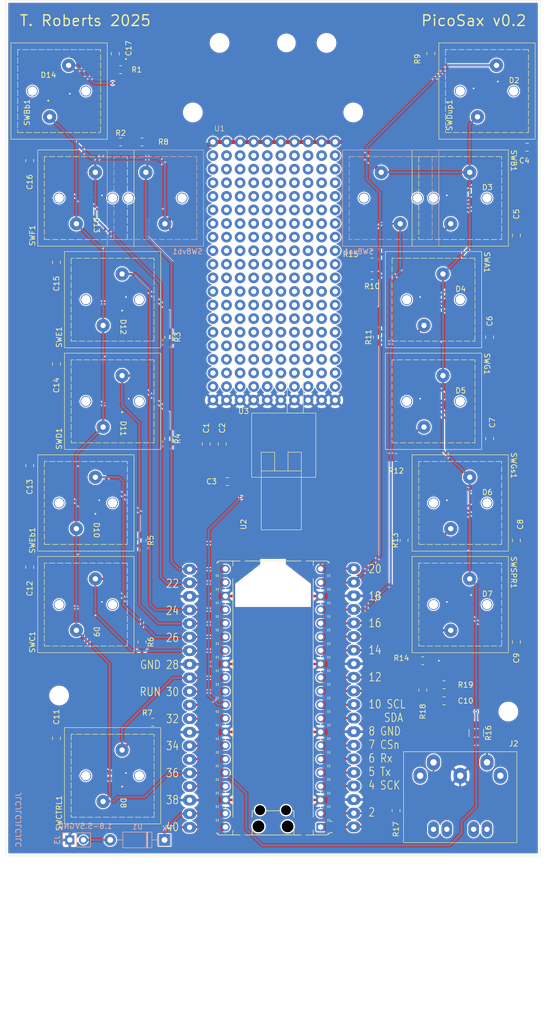
<source format=kicad_pcb>
(kicad_pcb (version 20241229) (generator "pcbnew") (generator_version "9.0")
  (layers (0 "F.Cu" signal) (2 "B.Cu" signal) (13 "F.Paste" user) (15 "B.Paste" user) (5 "F.SilkS" user "F.Silkscreen") (7 "B.SilkS" user "B.Silkscreen") (1 "F.Mask" user) (3 "B.Mask" user) (25 "Edge.Cuts" user))
  (net 0 "")
  (net 1 "Net-(A1-GPIO28_ADC2)")
  (net 2 "/E")
  (net 3 "/B")
  (net 4 "GND")
  (net 5 "Net-(A1-GPIO2)")
  (net 6 "/Gs")
  (net 7 "/8va")
  (net 8 "/Dup")
  (net 9 "Net-(A1-ADC_VREF)")
  (net 10 "/Ctrl")
  (net 11 "Net-(A1-GPIO3)")
  (net 12 "Net-(A1-RUN)")
  (net 13 "Net-(A1-GPIO6)")
  (net 14 "Net-(A1-GPIO7)")
  (net 15 "Net-(A1-GPIO27_ADC1)")
  (net 16 "/Bb")
  (net 17 "Net-(A1-GPIO4)")
  (net 18 "Net-(A1-VSYS)")
  (net 19 "Net-(A1-3V3_EN)")
  (net 20 "/A")
  (net 21 "Net-(A1-GPIO0)")
  (net 22 "Net-(A1-GPIO26_ADC0)")
  (net 23 "/D")
  (net 24 "/Spr")
  (net 25 "/Eb")
  (net 26 "+5V")
  (net 27 "/F")
  (net 28 "Net-(A1-GPIO5)")
  (net 29 "/8vb")
  (net 30 "/G")
  (net 31 "+3V3")
  (net 32 "/C")
  (net 33 "Net-(J2-Vref)")
  (net 34 "Net-(J2-Data)")
  (net 37 "/LEDS")
  (net 38 "Net-(D14-DIn)")
  (net 39 "Net-(D2-DIn)")
  (net 40 "Net-(D3-DIn)")
  (net 41 "Net-(D4-DIn)")
  (net 42 "Net-(D1-A)")
  (net 43 "Net-(D5-DIn)")
  (net 44 "Net-(D6-DIn)")
  (net 45 "Net-(D7-DIn)")
  (net 46 "Net-(D8-DIn)")
  (net 48 "Net-(D10-DOut)")
  (net 49 "Net-(D10-DIn)")
  (net 50 "Net-(D11-DIn)")
  (net 51 "Net-(D12-DIn)")
  (net 52 "Net-(D13-DIn)")
  (footprint "Resistor_SMD:R_0805_2012Metric_Pad1.20x1.40mm_HandSolder" (layer "F.Cu") (at 129.5 60 90)
    (property "Reference" "R9")
    (property "Value" "10K")
  )
  (footprint "Resistor_SMD:R_0805_2012Metric_Pad1.20x1.40mm_HandSolder" (layer "F.Cu") (at 80.5 113 -90)
    (property "Reference" "R3")
    (property "Value" "10K")
  )
  (footprint "Resistor_SMD:R_0805_2012Metric_Pad1.20x1.40mm_HandSolder" (layer "F.Cu") (at 123 201.5 -90)
    (property "Reference" "R17")
    (property "Value" "10R 0.25W")
  )
  (footprint "Capacitor_SMD:C_0805_2012Metric_Pad1.18x1.45mm_HandSolder" (layer "F.Cu") (at 132 181 180)
    (property "Reference" "C10")
    (property "Value" "0.1uF")
  )
  (footprint "MyLibrary:Omron B3K L13L" (layer "F.Cu") (at 70 106 90)
    (property "Reference" "SWE1")
    (property "Value" "Omron_B3K_L13L" (hide yes))
  )
  (footprint "Capacitor_SMD:C_0805_2012Metric_Pad1.18x1.45mm_HandSolder" (layer "F.Cu") (at 145.5 151 -90)
    (property "Reference" "C8")
    (property "Value" "0.1uF")
  )
  (footprint "Capacitor_SMD:C_0805_2012Metric_Pad1.18x1.45mm_HandSolder" (layer "F.Cu") (at 140.5 113 -90)
    (property "Reference" "C6")
    (property "Value" "0.1uF")
  )
  (footprint "Resistor_SMD:R_0805_2012Metric_Pad1.20x1.40mm_HandSolder" (layer "F.Cu") (at 75.5 170 -90)
    (property "Reference" "R6")
    (property "Value" "10K")
  )
  (footprint "PicoSax:19-C47_RSGHBHC-5V01-2T" (layer "F.Cu") (at 70 195 -90)
    (property "Reference" "D8")
    (property "Value" "19-C47/RSGHBHC-5V01/2T")
  )
  (footprint "PicoSax:19-C47_RSGHBHC-5V01-2T" (layer "F.Cu") (at 65 87 -90)
    (property "Reference" "D13")
    (property "Value" "19-C47/RSGHBHC-5V01/2T")
  )
  (footprint "PicoSax:19-C47_RSGHBHC-5V01-2T" (layer "F.Cu") (at 130 106)
    (property "Reference" "D4")
    (property "Value" "19-C47/RSGHBHC-5V01/2T")
  )
  (footprint "Resistor_SMD:R_0805_2012Metric_Pad1.20x1.40mm_HandSolder" (layer "F.Cu") (at 71.5 76.5)
    (property "Reference" "R2")
    (property "Value" "10K")
  )
  (footprint "Capacitor_SMD:C_0805_2012Metric_Pad1.18x1.45mm_HandSolder" (layer "F.Cu") (at 54.5 137 90)
    (property "Reference" "C13")
    (property "Value" "0.1uF")
  )
  (footprint "PicoSax:19-C47_RSGHBHC-5V01-2T" (layer "F.Cu") (at 135 163)
    (property "Reference" "D7")
    (property "Value" "19-C47/RSGHBHC-5V01/2T")
  )
  (footprint "MountingHole:MountingHole_3.2mm_M3" (layer "F.Cu") (at 115 71)
    (property "Reference" "M4" (hide yes))
    (property "Value" "MountingHole_3.2mm_M3")
  )
  (footprint "Resistor_SMD:R_0805_2012Metric_Pad1.20x1.40mm_HandSolder" (layer "F.Cu") (at 77.5 185)
    (property "Reference" "R7")
    (property "Value" "10K" (hide yes))
  )
  (footprint "Capacitor_SMD:C_0805_2012Metric_Pad1.18x1.45mm_HandSolder" (layer "F.Cu") (at 140.5 132 -90)
    (property "Reference" "C7")
    (property "Value" "0.1uF")
  )
  (footprint "Resistor_SMD:R_0805_2012Metric_Pad1.20x1.40mm_HandSolder" (layer "F.Cu") (at 75.5 151 -90)
    (property "Reference" "R5")
    (property "Value" "10K")
  )
  (footprint "PicoSax:19-C47_RSGHBHC-5V01-2T" (layer "F.Cu") (at 135 87)
    (property "Reference" "D3")
    (property "Value" "19-C47/RSGHBHC-5V01/2T")
  )
  (footprint "MyLibrary:BPS110 AD0P15" (layer "F.Cu") (at 107.796895 143.012218 90)
    (property "Reference" "U2")
    (property "Value" "~")
  )
  (footprint "Capacitor_SMD:C_0805_2012Metric_Pad1.18x1.45mm_HandSolder" (layer "F.Cu") (at 90.5 133 90)
    (property "Reference" "C2")
    (property "Value" "0.01uF")
  )
  (footprint "Module:RaspberryPi_Pico_Common_Unspecified" (layer "F.Cu") (at 100 180.4625 180)
    (property "Reference" "A1" (hide yes))
    (property "Value" "RaspberryPi_Pico" (hide yes))
  )
  (footprint "Capacitor_SMD:C_0805_2012Metric_Pad1.18x1.45mm_HandSolder" (layer "F.Cu") (at 59.5 118 90)
    (property "Reference" "C14")
    (property "Value" "0.1uF")
  )
  (footprint "Resistor_SMD:R_0805_2012Metric_Pad1.20x1.40mm_HandSolder" (layer "F.Cu") (at 124.5 151 90)
    (property "Reference" "R13")
    (property "Value" "10K")
  )
  (footprint "Resistor_SMD:R_0805_2012Metric_Pad1.20x1.40mm_HandSolder" (layer "F.Cu") (at 123 135.5)
    (property "Reference" "R12")
    (property "Value" "10K")
  )
  (footprint "PicoSax:19-C47_RSGHBHC-5V01-2T" (layer "F.Cu") (at 130 125)
    (property "Reference" "D5")
    (property "Value" "19-C47/RSGHBHC-5V01/2T")
  )
  (footprint "MyLibrary:Omron B3K L13L" (layer "F.Cu") (at 140 67 90)
    (property "Reference" "SWDup1")
    (property "Value" "Omron_B3K_L13L")
  )
  (footprint "MyLibrary:Perfboard 10x20" (layer "F.Cu") (at 88.76 76.52)
    (property "Reference" "U1")
    (property "Value" "Perfboard")
  )
  (footprint "MyLibrary:Omron B3K L13L" (layer "F.Cu") (at 130 106 -90)
    (property "Reference" "SWA1")
    (property "Value" "Omron_B3K_L13L")
  )
  (footprint "MountingHole:MountingHole_3.2mm_M3" (layer "F.Cu") (at 85 71)
    (property "Reference" "M3" (hide yes))
    (property "Value" "MountingHole_3.2mm_M3")
  )
  (footprint "MountingHole:MountingHole_3.2mm_M3" (layer "F.Cu") (at 60 180)
    (property "Reference" "M5" (hide yes))
    (property "Value" "MountingHole_3.2mm_M3")
  )
  (footprint "Resistor_SMD:R_0805_2012Metric_Pad1.20x1.40mm_HandSolder" (layer "F.Cu") (at 80.5 132 -90)
    (property "Reference" "R4")
    (property "Value" "10K")
  )
  (footprint "MyLibrary:Omron B3K L13L" (layer "F.Cu") (at 135 144 -90)
    (property "Reference" "SWGs1")
    (property "Value" "Omron_B3K_L13L")
  )
  (footprint "Resistor_SMD:R_0805_2012Metric_Pad1.20x1.40mm_HandSolder" (layer "F.Cu") (at 118.5 101.5 180)
    (property "Reference" "R10")
    (property "Value" "10K")
  )
  (footprint "MyLibrary:MP3V5004GP" (layer "F.Cu") (at 93.62 129.39 180)
    (property "Reference" "U3")
    (property "Value" "~")
  )
  (footprint "MountingHole:MountingHole_3.2mm_M3" (layer "F.Cu") (at 110 58)
    (property "Reference" "M2" (hide yes))
    (property "Value" "MountingHole_3.2mm_M3")
  )
  (footprint "MountingHole:MountingHole_3mm" (layer "F.Cu") (at 102.5 58)
    (property "Reference" "REF**" (hide yes))
    (property "Value" "MountingHole_3mm")
  )
  (footprint "Capacitor_SMD:C_0805_2012Metric_Pad1.18x1.45mm_HandSolder" (layer "F.Cu") (at 147.5 77.5)
    (property "Reference" "C4")
    (property "Value" "0.1uF")
  )
  (footprint "Resistor_SMD:R_0805_2012Metric_Pad1.20x1.40mm_HandSolder" (layer "F.Cu") (at 128 173.5)
    (property "Reference" "R14")
    (property "Value" "10K")
  )
  (footprint "Capacitor_SMD:C_0805_2012Metric_Pad1.18x1.45mm_HandSolder" (layer "F.Cu") (at 145.5 170 -90)
    (property "Reference" "C9")
    (property "Value" "0.1uF")
  )
  (footprint "Resistor_SMD:R_0805_2012Metric_Pad1.20x1.40mm_HandSolder" (layer "F.Cu") (at 119.5 113 90)
    (property "Reference" "R11")
    (property "Value" "10K")
  )
  (footprint "Resistor_SMD:R_0805_2012Metric_Pad1.20x1.40mm_HandSolder" (layer "F.Cu") (at 75.5 76.5 180)
    (property "Reference" "R8")
    (property "Value" "10K")
  )
  (footprint "PicoSax:19-C47_RSGHBHC-5V01-2T" (layer "F.Cu") (at 60 67 180)
    (property "Reference" "D14")
    (property "Value" "19-C47/RSGHBHC-5V01/2T")
  )
  (footprint "MyLibrary:Omron B3K L13L" (layer "F.Cu") (at 70 195 90)
    (property "Reference" "SWCTRL1")
    (property "Value" "Omron_B3K_L13L" (hide yes))
  )
  (footprint "PicoSax:19-C47_RSGHBHC-5V01-2T" (layer "F.Cu") (at 65 144 -90)
    (property "Reference" "D10")
    (property "Value" "19-C47/RSGHBHC-5V01/2T")
  )
  (footprint "MyLibrary:Omron B3K L13L" (layer "F.Cu") (at 65 87 90)
    (property "Reference" "SWF1")
    (property "Value" "Omron_B3K_L13L" (hide yes))
  )
  (footprint "MyLibrary:Omron B3K L13L" (layer "F.Cu") (at 135 163 -90)
    (property "Reference" "SWSPR1")
    (property "Value" "Omron_B3K_L13L")
  )
  (footprint "MountingHole:MountingHole_3.2mm_M3" (layer "F.Cu") (at 144 183)
    (property "Reference" "M6" (hide yes))
    (property "Value" "MountingHole_3.2mm_M3")
  )
  (footprint "MyLibrary:Omron B3K L13L" (layer "F.Cu") (at 65 163 90)
    (property "Reference" "SWC1")
    (property "Value" "Omron_B3K_L13L" (hide yes))
  )
  (footprint "MyLibrary:PiPico Header" (layer "F.Cu") (at 84.4 156.3825)
    (property "Reference" "J4" (hide yes))
    (property "Value" "~" (hide yes))
  )
  (footprint "Capacitor_SMD:C_0805_2012Metric_Pad1.18x1.45mm_HandSolder" (layer "F.Cu") (at 54.5 80 90)
    (property "Reference" "C16")
    (property "Value" "0.1uF")
  )
  (footprint "MyLibrary:Omron B3K L13L" (layer "F.Cu") (at 135 87 -90)
    (property "Reference" "SWB1")
    (property "Value" "Omron_B3K_L13L")
  )
  (footprint "Resistor_SMD:R_0805_2012Metric_Pad1.20x1.40mm_HandSolder" (layer "F.Cu") (at 128 179 -90)
    (property "Reference" "R18")
    (property "Value" "10K")
  )
  (footprint "PicoSax:19-C47_RSGHBHC-5V01-2T" (layer "F.Cu") (at 140 67)
    (property "Reference" "D2")
    (property "Value" "19-C47/RSGHBHC-5V01/2T")
  )
  (footprint "Capacitor_SMD:C_0805_2012Metric_Pad1.18x1.45mm_HandSolder" (layer "F.Cu") (at 54.5 156 90)
    (property "Reference" "C12")
    (property "Value" "0.1uF")
  )
  (footprint "Resistor_SMD:R_1210_3225Metric_Pad1.30x2.65mm_HandSolder" (layer "F.Cu") (at 138 187 -90)
    (property "Reference" "R16")
    (property "Value" "33R 0.5W")
  )
  (footprint "PicoSax:MIDI_DIN5" (layer "F.Cu") (at 135 207.5)
    (property "Reference" "J2")
    (property "Value" "~")
  )
  (footprint "PicoSax:19-C47_RSGHBHC-5V01-2T" (layer "F.Cu") (at 135 144)
    (property "Reference" "D6")
    (property "Value" "19-C47/RSGHBHC-5V01/2T")
  )
  (footprint "PicoSax:19-C47_RSGHBHC-5V01-2T" (layer "F.Cu") (at 70 125 -90)
    (property "Reference" "D11")
    (property "Value" "19-C47/RSGHBHC-5V01/2T")
  )
  (footprint "Capacitor_SMD:C_0805_2012Metric_Pad1.18x1.45mm_HandSolder" (layer "F.Cu") (at 91.5 140 180)
    (property "Reference" "C3")
    (property "Value" "470pF")
  )
  (footprint "Capacitor_SMD:C_0805_2012Metric_Pad1.18x1.45mm_HandSolder" (layer "F.Cu") (at 59.5 99 90)
    (property "Reference" "C15")
    (property "Value" "0.1uF")
  )
  (footprint "Resistor_SMD:R_0805_2012Metric_Pad1.20x1.40mm_HandSolder" (layer "F.Cu") (at 118.5 97.5)
    (property "Reference" "R15")
    (property "Value" "10K")
  )
  (footprint "MyLibrary:Omron B3K L13L" (layer "F.Cu") (at 65 144 90)
    (property "Reference" "SWEb1")
    (property "Value" "Omron_B3K_L13L" (hide yes))
  )
  (footprint "MyLibrary:Omron B3K L13L" (layer "F.Cu") (at 130 125 -90)
    (property "Reference" "SWG1")
    (property "Value" "Omron_B3K_L13L")
  )
  (footprint "MountingHole:MountingHole_3.2mm_M3" (layer "F.Cu") (at 90 58)
    (property "Reference" "M1" (hide yes))
    (property "Value" "MountingHole_3.2mm_M3")
  )
  (footprint "PicoSax:19-C47_RSGHBHC-5V01-2T" (layer "F.Cu") (at 65 163 -90)
    (property "Reference" "D9")
    (property "Value" "19-C47/RSGHBHC-5V01/2T")
  )
  (footprint "MyLibrary:Omron B3K L13L" (layer "F.Cu") (at 60 67 90)
    (property "Reference" "SWBb1")
    (property "Value" "Omron_B3K_L13L" (hide yes))
  )
  (footprint "MyLibrary:PiPico Header" (layer "F.Cu") (at 115.1 204.5425 180)
    (property "Reference" "J1" (hide yes))
    (property "Value" "~" (hide yes))
  )
  (footprint "Resistor_SMD:R_0805_2012Metric_Pad1.20x1.40mm_HandSolder" (layer "F.Cu") (at 132 178)
    (property "Reference" "R19")
    (property "Value" "10K")
  )
  (footprint "MyLibrary:Omron B3K L13L" (layer "F.Cu") (at 70 125 90)
    (property "Reference" "SWD1")
    (property "Value" "Omron_B3K_L13L" (hide yes))
  )
  (footprint "PicoSax:19-C47_RSGHBHC-5V01-2T" (layer "F.Cu") (at 70 106 -90)
    (property "Reference" "D12")
    (property "Value" "19-C47/RSGHBHC-5V01/2T")
  )
  (footprint "Capacitor_SMD:C_0805_2012Metric_Pad1.18x1.45mm_HandSolder" (layer "F.Cu") (at 59.5 188 90)
    (property "Reference" "C11")
    (property "Value" "0.1uF")
  )
  (footprint "Capacitor_SMD:C_0805_2012Metric_Pad1.18x1.45mm_HandSolder" (layer "F.Cu") (at 145.5 94 -90)
    (property "Reference" "C5")
    (property "Value" "0.1uF")
  )
  (footprint "Capacitor_SMD:C_0805_2012Metric_Pad1.18x1.45mm_HandSolder" (layer "F.Cu") (at 70.5 60 -90)
    (property "Reference" "C17")
    (property "Value" "0.1uF")
  )
  (footprint "Resistor_SMD:R_0805_2012Metric_Pad1.20x1.40mm_HandSolder" (layer "F.Cu") (at 71.5 63)
    (property "Reference" "R1")
    (property "Value" "10K")
  )
  (footprint "Capacitor_SMD:C_0805_2012Metric_Pad1.18x1.45mm_HandSolder" (layer "F.Cu") (at 87.5 133 90)
    (property "Reference" "C1")
    (property "Value" "1uF")
  )
  (footprint "MyLibrary:Omron B3K L13L" (layer "B.Cu") (at 122 87 -90)
    (property "Reference" "SW8va1")
    (property "Value" "Omron_B3K_L13L")
  )
  (footprint "Connector_PinHeader_2.54mm:PinHeader_1x02_P2.54mm_Vertical" (layer "B.Cu") (at 62 207 -90)
    (property "Reference" "J3")
    (property "Value" "Conn_01x02")
  )
  (footprint "MyLibrary:Omron B3K L13L" (layer "B.Cu") (at 78 87 90)
    (property "Reference" "SW8vb1")
    (property "Value" "Omron_B3K_L13L" (hide yes))
  )
  (footprint "Diode_THT:D_DO-41_SOD81_P10.16mm_Horizontal" (layer "B.Cu") (at 79.71 207 180)
    (property "Reference" "D1")
    (property "Value" "1N5817")
  )
  (gr_rect (start 50 50) (end 150 210) (stroke (width 0.05)) (fill no) (layer "Edge.Cuts"))
  (gr_text "22\n\n24\n\n26\n\nGND 28\n\nRUN 30\n\n32\n\n34\n\n36\n\n38\n\n40" (at 82.5 205.5 0) (layer "F.SilkS") (effects (font (size 1.57 1.27)) (justify right bottom)))
  (gr_text "20\n\n18\n\n16\n\n14\n\n12\n\n10 SCL\n   SDA\n8 GND\n7 CSn\n6 Rx\n5 Tx\n4 SCK\n\n2" (at 117.75 202.75 0) (layer "F.SilkS") (effects (font (size 1.57 1.27)) (justify left bottom)))
  (gr_text "PicoSax v0.2" (at 147.5 55 0) (layer "F.SilkS") (effects (font (size 2 2) (thickness 0.25)) (justify right bottom)))
  (gr_text "T. Roberts 2025" (at 52.5 55 0) (layer "F.SilkS") (effects (font (size 2 2) (thickness 0.25)) (justify left bottom)))
  (gr_text "1.8-5.5V" (at 70 205 0) (layer "B.SilkS") (effects (font (size 1 1)) (justify left bottom mirror)))
  (gr_text "GND" (at 63 205 0) (layer "B.SilkS") (effects (font (size 1 1)) (justify left bottom mirror)))
  (gr_text "JLCJLCJLCJLC" (at 53 198 90) (layer "B.SilkS") (effects (font (size 1 1)) (justify left bottom mirror)))
  (segment (start 91.06 189.4025) (end 91.11 189.3525) (width 0.4) (layer "F.Cu") (net 1))
  (segment (start 84.4 189.4025) (end 91.06 189.4025) (width 0.4) (layer "F.Cu") (net 1))
  (segment (start 80.5 108.147234) (end 80.5 112) (width 0.4) (layer "F.Cu") (net 2))
  (segment (start 84.45 163.9525) (end 84.4 164.0025) (width 0.4) (layer "F.Cu") (net 2))
  (segment (start 71.775 101.19) (end 73.542766 101.19) (width 0.4) (layer "F.Cu") (net 2))
  (segment (start 91.11 163.9525) (end 84.45 163.9525) (width 0.4) (layer "F.Cu") (net 2))
  (segment (start 73.542766 101.19) (end 80.5 108.147234) (width 0.4) (layer "F.Cu") (net 2))
  (segment (start 77 163) (end 77 104) (width 0.4) (layer "B.Cu") (net 2))
  (segment (start 77 104) (end 74.19 101.19) (width 0.4) (layer "B.Cu") (net 2))
  (segment (start 84.4 164.0025) (end 78.0025 164.0025) (width 0.4) (layer "B.Cu") (net 2))
  (segment (start 78.0025 164.0025) (end 77 163) (width 0.4) (layer "B.Cu") (net 2))
  (segment (start 74.19 101.19) (end 71.775 101.19) (width 0.4) (layer "B.Cu") (net 2))
  (segment (start 119.5 107) (end 119.5 101.5) (width 0.4) (layer "F.Cu") (net 3))
  (segment (start 116.5575 166.4425) (end 117.5 165.5) (width 0.4) (layer "F.Cu") (net 3))
  (segment (start 115.05 166.4925) (end 115.1 166.4425) (width 0.4) (layer "F.Cu") (net 3))
  (segment (start 108.89 166.4925) (end 115.05 166.4925) (width 0.4) (layer "F.Cu") (net 3))
  (segment (start 119.5 101.5) (end 123.535 101.5) (width 0.4) (layer "F.Cu") (net 3))
  (segment (start 123.535 101.5) (end 133.225 91.81) (width 0.4) (layer "F.Cu") (net 3))
  (segment (start 117.5 109) (end 119.5 107) (width 0.4) (layer "F.Cu") (net 3))
  (segment (start 117.5 165.5) (end 117.5 109) (width 0.4) (layer "F.Cu") (net 3))
  (segment (start 115.1 166.4425) (end 116.5575 166.4425) (width 0.4) (layer "F.Cu") (net 3))
  (segment (start 108.94 174.0625) (end 108.89 174.1125) (width 0.4) (layer "F.Cu") (net 4))
  (segment (start 72.45 194.45) (end 72.5 194.5) (width 0.3) (layer "F.Cu") (net 4))
  (segment (start 72.45 124.45) (end 70.55 124.45) (width 0.3) (layer "F.Cu") (net 4))
  (segment (start 72.5 76.5) (end 74.5 76.5) (width 0.3) (layer "F.Cu") (net 4))
  (segment (start 70.5 61.0375) (end 72.4625 61.0375) (width 0.3) (layer "F.Cu") (net 4))
  (segment (start 129.45 124.45) (end 127.55 124.45) (width 0.3) (layer "F.Cu") (net 4))
  (segment (start 107 197.6225) (end 108.89 199.5125) (width 0.4) (layer "F.Cu") (net 4))
  (segment (start 60.55 67.55) (end 61.95 67.55) (width 0.3) (layer "F.Cu") (net 4))
  (segment (start 91.11 174.1125) (end 93 172.2225) (width 0.4) (layer "F.Cu") (net 4))
  (segment (start 91.11 186.8125) (end 84.45 186.8125) (width 0.4) (layer "F.Cu") (net 4))
  (segment (start 67.5 86.5) (end 67.45 86.45) (width 0.3) (layer "F.Cu") (net 4))
  (segment (start 84.4 161.4625) (end 91.06 161.4625) (width 0.4) (layer "F.Cu") (net 4))
  (segment (start 108.89 161.4125) (end 107.301 163.0015) (width 0.4) (layer "F.Cu") (net 4))
  (segment (start 107 172.2225) (end 108.89 174.1125) (width 0.4) (layer "F.Cu") (net 4))
  (segment (start 132.55 143.45) (end 132.5 143.5) (width 0.3) (layer "F.Cu") (net 4))
  (segment (start 72.45 105.45) (end 72.5 105.5) (width 0.3) (layer "F.Cu") (net 4))
  (segment (start 129 174.5) (end 126 177.5) (width 0.3) (layer "F.Cu") (net 4))
  (segment (start 107.301 163.545758) (end 107.183258 163.6635) (width 0.4) (layer "F.Cu") (net 4))
  (segment (start 93 163.6635) (end 92.816742 163.6635) (width 0.4) (layer "F.Cu") (net 4))
  (segment (start 129 173.5) (end 131 173.5) (width 0.3) (layer "F.Cu") (net 4))
  (segment (start 127.55 124.45) (end 127.5 124.5) (width 0.3) (layer "F.Cu") (net 4))
  (segment (start 128 180) (end 129 181) (width 0.3) (layer "F.Cu") (net 4))
  (segment (start 68 86.5) (end 67.5 86.5) (width 0.3) (layer "F.Cu") (net 4))
  (segment (start 126 177.5) (end 126 179) (width 0.3) (layer "F.Cu") (net 4))
  (segment (start 108.89 199.5125) (end 115.05 199.5125) (width 0.4) (layer "F.Cu") (net 4))
  (segment (start 93 197.6225) (end 93 188.7025) (width 0.4) (layer "F.Cu") (net 4))
  (segment (start 93 184.9225) (end 93 176.0025) (width 0.4) (layer "F.Cu") (net 4))
  (segment (start 115.1 174.0625) (end 108.94 174.0625) (width 0.4) (layer "F.Cu") (net 4))
  (segment (start 91.11 174.1125) (end 84.45 174.1125) (width 0.4) (layer "F.Cu") (net 4))
  (segment (start 129 181) (end 130.9625 181) (width 0.3) (layer "F.Cu") (net 4))
  (segment (start 107 176.0025) (end 107 184.9225) (width 0.4) (layer "F.Cu") (net 4))
  (segment (start 93 188.7025) (end 107 188.7025) (width 0.4) (layer "F.Cu") (net 4))
  (segment (start 67.45 162.45) (end 65.55 162.45) (width 0.3) (layer "F.Cu") (net 4))
  (segment (start 67.45 143.45) (end 67.5 143.5) (width 0.3) (layer "F.Cu") (net 4))
  (segment (start 127 180) (end 128 180) (width 0.3) (layer "F.Cu") (net 4))
  (segment (start 67.45 86.45) (end 65.55 86.45) (width 0.3) (layer "F.Cu") (net 4))
  (segment (start 107 163.6635) (end 107.183258 163.6635) (width 0.4) (layer "F.Cu") (net 4))
  (segment (start 70.55 194.45) (end 72.45 194.45) (width 0.3) (layer "F.Cu") (net 4))
  (segment (start 134.45 143.45) (end 132.55 143.45) (width 0.3) (layer "F.Cu") (net 4))
  (segment (start 67.5 162.5) (end 67.45 162.45) (width 0.3) (layer "F.Cu") (net 4))
  (segment (start 92.699 163.0015) (end 91.11 161.4125) (width 0.4) (layer "F.Cu") (net 4))
  (segment (start 91.06 161.4625) (end 91.11 161.4125) (width 0.4) (layer "F.Cu") (net 4))
  (segment (start 91.11 186.8125) (end 93 184.9225) (width 0.4) (layer "F.Cu") (net 4))
  (segment (start 72.4625 61.0375) (end 72.5 61) (width 0.3) (layer "F.Cu") (net 4))
  (segment (start 72.5 63) (end 72.5 61) (width 0.3) (layer "F.Cu") (net 4))
  (segment (start 108.94 161.3625) (end 108.89 161.4125) (width 0.4) (layer "F.Cu") (net 4))
  (segment (start 72.5 124.5) (end 72.45 124.45) (width 0.3) (layer "F.Cu") (net 4))
  (segment (start 108.89 186.8125) (end 115.05 186.8125) (width 0.4) (layer "F.Cu") (net 4))
  (segment (start 132.55 162.45) (end 132.5 162.5) (width 0.3) (layer "F.Cu") (net 4))
  (segment (start 115.05 199.5125) (end 115.1 199.4625) (width 0.4) (layer "F.Cu") (net 4))
  (segment (start 84.45 186.8125) (end 84.4 186.8625) (width 0.4) (layer "F.Cu") (net 4))
  (segment (start 134.45 86.45) (end 132.55 86.45) (width 0.3) (layer "F.Cu") (net 4))
  (segment (start 108.89 186.8125) (end 107 188.7025) (width 0.4) (layer "F.Cu") (net 4))
  (segment (start 68 162.5) (end 67.5 162.5) (width 0.3) (layer "F.Cu") (net 4))
  (segment (start 126 179) (end 127 180) (width 0.3) (layer "F.Cu") (net 4))
  (segment (start 107 184.9225) (end 108.89 186.8125) (width 0.4) (layer "F.Cu") (net 4))
  (segment (start 73 124.5) (end 72.5 124.5) (width 0.3) (layer "F.Cu") (net 4))
  (segment (start 108.89 174.1125) (end 107 176.0025) (width 0.4) (layer "F.Cu") (net 4))
  (segment (start 91.06 199.5625) (end 91.11 199.5125) (width 0.4) (layer "F.Cu") (net 4))
  (segment (start 65.55 143.45) (end 67.45 143.45) (width 0.3) (layer "F.Cu") (net 4))
  (segment (start 61.95 67.55) (end 62 67.5) (width 0.3) (layer "F.Cu") (net 4))
  (segment (start 93 188.7025) (end 91.11 186.8125) (width 0.4) (layer "F.Cu") (net 4))
  (segment (start 84.4 199.5625) (end 91.06 199.5625) (width 0.4) (layer "F.Cu") (net 4))
  (segment (start 115.1 161.3625) (end 108.94 161.3625) (width 0.4) (layer "F.Cu") (net 4))
  (segment (start 92.699 163.545758) (end 92.699 163.0015) (width 0.4) (layer "F.Cu") (net 4))
  (segment (start 92.816742 163.6635) (end 92.699 163.545758) (width 0.4) (layer "F.Cu") (net 4))
  (segment (start 115.05 186.8125) (end 115.1 186.7625) (width 0.4) (layer "F.Cu") (net 4))
  (segment (start 132.55 86.45) (end 132.5 86.5) (width 0.3) (layer "F.Cu") (net 4))
  (segment (start 129 173.5) (end 129 174.5) (width 0.3) (layer "F.Cu") (net 4))
  (segment (start 139.45 66.45) (end 137.55 66.45) (width 0.3) (layer "F.Cu") (net 4))
  (segment (start 84.45 174.1125) (end 84.4 174.1625) (width 0.4) (layer "F.Cu") (net 4))
  (segment (start 127.55 105.45) (end 127.5 105.5) (width 0.3) (layer "F.Cu") (net 4))
  (segment (start 107 163.6635) (end 107 172.2225) (width 0.4) (layer "F.Cu") (net 4))
  (segment (start 129.45 105.45) (end 127.55 105.45) (width 0.3) (layer "F.Cu") (net 4))
  (segment (start 107.301 163.0015) (end 107.301 163.545758) (width 0.4) (layer "F.Cu") (net 4))
  (segment (start 107 188.7025) (end 107 197.6225) (width 0.4) (layer "F.Cu") (net 4))
  (segment (start 70.55 105.45) (end 72.45 105.45) (width 0.3) (layer "F.Cu") (net 4))
  (segment (start 93 172.2225) (end 93 163.6635) (width 0.4) (layer "F.Cu") (net 4))
  (segment (start 90.4625 134.075) (end 90.5 134.0375) (width 0.2) (layer "F.Cu") (net 4))
  (segment (start 91.11 199.5125) (end 93 197.6225) (width 0.4) (layer "F.Cu") (net 4))
  (segment (start 93 176.0025) (end 91.11 174.1125) (width 0.4) (layer "F.Cu") (net 4))
  (segment (start 137.55 66.45) (end 137.5 66.5) (width 0.3) (layer "F.Cu") (net 4))
  (segment (start 134.45 162.45) (end 132.55 162.45) (width 0.3) (layer "F.Cu") (net 4))
  (via (at 127.5 105.5) (size 0.7) (drill 0.3) (layers "F.Cu" "B.Cu") (net 4))
  (via (at 132.5 162.5) (size 0.7) (drill 0.3) (layers "F.Cu" "B.Cu") (net 4))
  (via (at 72.5 61) (size 0.7) (drill 0.3) (layers "F.Cu" "B.Cu") (net 4))
  (via (at 137.5 66.5) (size 0.7) (drill 0.3) (layers "F.Cu" "B.Cu") (net 4))
  (via (at 132.5 86.5) (size 0.7) (drill 0.3) (layers "F.Cu" "B.Cu") (net 4))
  (via (at 67.5 143.5) (size 0.7) (drill 0.3) (layers "F.Cu" "B.Cu") (net 4))
  (via (at 68 162.5) (size 0.7) (drill 0.3) (layers "F.Cu" "B.Cu") (net 4))
  (via (at 72.5 105.5) (size 0.7) (drill 0.3) (layers "F.Cu" "B.Cu") (net 4))
  (via (at 62 67.5) (size 0.7) (drill 0.3) (layers "F.Cu" "B.Cu") (net 4))
  (via (at 68 86.5) (size 0.7) (drill 0.3) (layers "F.Cu" "B.Cu") (net 4))
  (via (at 127.5 124.5) (size 0.7) (drill 0.3) (layers "F.Cu" "B.Cu") (net 4))
  (via (at 131 173.5) (size 0.7) (drill 0.3) (layers "F.Cu" "B.Cu") (net 4))
  (via (at 73 124.5) (size 0.7) (drill 0.3) (layers "F.Cu" "B.Cu") (net 4))
  (via (at 132.5 143.5) (size 0.7) (drill 0.3) (layers "F.Cu" "B.Cu") (net 4))
  (via (at 72.5 194.5) (size 0.7) (drill 0.3) (layers "F.Cu" "B.Cu") (net 4))
  (segment (start 121 202) (end 130 202) (width 0.4) (layer "B.Cu") (net 4))
  (segment (start 135 197) (end 135 195) (width 0.4) (layer "B.Cu") (net 4))
  (segment (start 82.4375 199.5625) (end 78 204) (width 0.4) (layer "B.Cu") (net 4))
  (segment (start 130 202) (end 135 197) (width 0.4) (layer "B.Cu") (net 4))
  (segment (start 115.1 199.4625) (end 118.4625 199.4625) (width 0.4) (layer "B.Cu") (net 4))
  (segment (start 64 204) (end 62 206) (width 0.4) (layer "B.Cu") (net 4))
  (segment (start 62 206) (end 62 207) (width 0.4) (layer "B.Cu") (net 4))
  (segment (start 118.4625 199.4625) (end 121 202) (width 0.4) (layer "B.Cu") (net 4))
  (segment (start 78 204) (end 64 204) (width 0.4) (layer "B.Cu") (net 4))
  (segment (start 84.4 199.5625) (end 82.4375 199.5625) (width 0.4) (layer "B.Cu") (net 4))
  (segment (start 115.1 196.9225) (end 108.94 196.9225) (width 0.4) (layer "F.Cu") (net 5))
  (segment (start 108.94 196.9225) (end 108.89 196.9725) (width 0.4) (layer "F.Cu") (net 5))
  (segment (start 115.1 176.6025) (end 122.3975 176.6025) (width 0.4) (layer "F.Cu") (net 6))
  (segment (start 124.5 174.5) (end 124.5 152) (width 0.4) (layer "F.Cu") (net 6))
  (segment (start 122.3975 176.6025) (end 124.5 174.5) (width 0.4) (layer "F.Cu") (net 6))
  (segment (start 124.5 152) (end 130.035 152) (width 0.4) (layer "F.Cu") (net 6))
  (segment (start 115.05 176.6525) (end 115.1 176.6025) (width 0.4) (layer "F.Cu") (net 6))
  (segment (start 108.89 176.6525) (end 115.05 176.6525) (width 0.4) (layer "F.Cu") (net 6))
  (segment (start 130.035 152) (end 133.225 148.81) (width 0.4) (layer "F.Cu") (net 6))
  (segment (start 108.89 163.9525) (end 115.05 163.9525) (width 0.4) (layer "F.Cu") (net 7))
  (segment (start 117.5 94.5) (end 120.19 91.81) (width 0.3) (layer "F.Cu") (net 7))
  (segment (start 120.19 91.81) (end 123.775 91.81) (width 0.3) (layer "F.Cu") (net 7))
  (segment (start 117.5 97.5) (end 117.5 94.5) (width 0.3) (layer "F.Cu") (net 7))
  (segment (start 115.05 163.9525) (end 115.1 163.9025) (width 0.4) (layer "F.Cu") (net 7))
  (segment (start 115.1 163.9025) (end 117.0975 163.9025) (width 0.4) (layer "B.Cu") (net 7))
  (segment (start 122 159) (end 122 102.5) (width 0.4) (layer "B.Cu") (net 7))
  (segment (start 117.0975 163.9025) (end 122 159) (width 0.4) (layer "B.Cu") (net 7))
  (segment (start 123.775 100.725) (end 123.775 91.81) (width 0.4) (layer "B.Cu") (net 7))
  (segment (start 122 102.5) (end 123.775 100.725) (width 0.4) (layer "B.Cu") (net 7))
  (segment (start 130.69 62.19) (end 129.5 61) (width 0.4) (layer "F.Cu") (net 8))
  (segment (start 108.89 158.8725) (end 115.05 158.8725) (width 0.4) (layer "F.Cu") (net 8))
  (segment (start 141.775 62.19) (end 130.69 62.19) (width 0.4) (layer "F.Cu") (net 8))
  (segment (start 115.05 158.8725) (end 115.1 158.8225) (width 0.4) (layer "F.Cu") (net 8))
  (segment (start 115.1 158.8225) (end 120 153.9225) (width 0.4) (layer "B.Cu") (net 8))
  (segment (start 120 86) (end 117.5 83.5) (width 0.4) (layer "B.Cu") (net 8))
  (segment (start 117.5 83.5) (end 117.5 77.5) (width 0.4) (layer "B.Cu") (net 8))
  (segment (start 117.5 77.5) (end 132.81 62.19) (width 0.4) (layer "B.Cu") (net 8))
  (segment (start 120 153.9225) (end 120 86) (width 0.4) (layer "B.Cu") (net 8))
  (segment (start 132.81 62.19) (end 141.775 62.19) (width 0.4) (layer "B.Cu") (net 8))
  (segment (start 84.45 191.8925) (end 84.4 191.9425) (width 0.4) (layer "F.Cu") (net 9))
  (segment (start 91.11 191.8925) (end 84.45 191.8925) (width 0.4) (layer "F.Cu") (net 9))
  (segment (start 76.5 185.465) (end 76.5 185) (width 0.4) (layer "F.Cu") (net 10))
  (segment (start 84.4 176.7025) (end 91.06 176.7025) (width 0.4) (layer "F.Cu") (net 10))
  (segment (start 91.06 176.7025) (end 91.11 176.6525) (width 0.4) (layer "F.Cu") (net 10))
  (segment (start 71.775 190.19) (end 76.5 185.465) (width 0.4) (layer "F.Cu") (net 10))
  (segment (start 71.775 190.19) (end 71.775 186.225) (width 0.4) (layer "B.Cu") (net 10))
  (segment (start 71.775 186.225) (end 81.2975 176.7025) (width 0.4) (layer "B.Cu") (net 10))
  (segment (start 81.2975 176.7025) (end 84.4 176.7025) (width 0.4) (layer "B.Cu") (net 10))
  (segment (start 108.89 194.4325) (end 115.05 194.4325) (width 0.4) (layer "F.Cu") (net 11))
  (segment (start 115.05 194.4325) (end 115.1 194.3825) (width 0.4) (layer "F.Cu") (net 11))
  (segment (start 91.06 179.2425) (end 91.11 179.1925) (width 0.4) (layer "F.Cu") (net 12))
  (segment (start 84.4 179.2425) (end 91.06 179.2425) (width 0.4) (layer "F.Cu") (net 12))
  (segment (start 115.1 184.2225) (end 108.94 184.2225) (width 0.4) (layer "F.Cu") (net 13))
  (segment (start 108.94 184.2225) (end 108.89 184.2725) (width 0.4) (layer "F.Cu") (net 13))
  (segment (start 115.05 181.7325) (end 115.1 181.6825) (width 0.4) (layer "F.Cu") (net 14))
  (segment (start 108.89 181.7325) (end 115.05 181.7325) (width 0.4) (layer "F.Cu") (net 14))
  (segment (start 91.06 184.3225) (end 91.11 184.2725) (width 0.4) (layer "F.Cu") (net 15))
  (segment (start 84.4 184.3225) (end 91.06 184.3225) (width 0.4) (layer "F.Cu") (net 15))
  (segment (start 108.89 153.39) (end 108.89 156.3325) (width 0.4) (layer "F.Cu") (net 16))
  (segment (start 62.585 63) (end 70.5 63) (width 0.3) (layer "F.Cu") (net 16))
  (segment (start 107 151.5) (end 108.89 153.39) (width 0.4) (layer "F.Cu") (net 16))
  (segment (start 77 91) (end 77 94) (width 0.4) (layer "F.Cu") (net 16))
  (segment (start 70 65.5) (end 70.5 65.5) (width 0.4) (layer "F.Cu") (net 16))
  (segment (start 82.5 99.5) (end 82.5 149.5) (width 0.4) (layer "F.Cu") (net 16))
  (segment (start 108.94 156.2825) (end 108.89 156.3325) (width 0.4) (layer "F.Cu") (net 16))
  (segment (start 79.5 74.5) (end 79.5 88.5) (width 0.4) (layer "F.Cu") (net 16))
  (segment (start 79.5 88.5) (end 77 91) (width 0.4) (layer "F.Cu") (net 16))
  (segment (start 115.1 156.2825) (end 108.94 156.2825) (width 0.4) (layer "F.Cu") (net 16))
  (segment (start 82.5 149.5) (end 84.5 151.5) (width 0.4) (layer "F.Cu") (net 16))
  (segment (start 70.5 65.5) (end 79.5 74.5) (width 0.4) (layer "F.Cu") (net 16))
  (segment (start 84.5 151.5) (end 107 151.5) (width 0.4) (layer "F.Cu") (net 16))
  (segment (start 61.775 62.19) (end 62.585 63) (width 0.3) (layer "F.Cu") (net 16))
  (segment (start 77 94) (end 82.5 99.5) (width 0.4) (layer "F.Cu") (net 16))
  (via (at 70 65.5) (size 0.7) (drill 0.3) (layers "F.Cu" "B.Cu") (net 16))
  (segment (start 70 65.5) (end 66.5 65.5) (width 0.4) (layer "B.Cu") (net 16))
  (segment (start 63.19 62.19) (end 61.775 62.19) (width 0.4) (layer "B.Cu") (net 16))
  (segment (start 66.5 65.5) (end 63.19 62.19) (width 0.4) (layer "B.Cu") (net 16))
  (segment (start 115.1 191.8425) (end 108.94 191.8425) (width 0.4) (layer "F.Cu") (net 17))
  (segment (start 108.94 191.8425) (end 108.89 191.8925) (width 0.4) (layer "F.Cu") (net 17))
  (segment (start 84.45 202.0525) (end 84.4 202.1025) (width 0.4) (layer "F.Cu") (net 18))
  (segment (start 91.11 202.0525) (end 84.45 202.0525) (width 0.4) (layer "F.Cu") (net 18))
  (segment (start 79.71 205.29) (end 79.71 207) (width 0.4) (layer "B.Cu") (net 18))
  (segment (start 84.4 202.1025) (end 82.8975 202.1025) (width 0.4) (layer "B.Cu") (net 18))
  (segment (start 82.8975 202.1025) (end 79.71 205.29) (width 0.4) (layer "B.Cu") (net 18))
  (segment (start 91.11 196.9725) (end 84.45 196.9725) (width 0.4) (layer "F.Cu") (net 19))
  (segment (start 84.45 196.9725) (end 84.4 197.0225) (width 0.4) (layer "F.Cu") (net 19))
  (segment (start 125.035 114) (end 128.225 110.81) (width 0.4) (layer "F.Cu") (net 20))
  (segment (start 108.94 168.9825) (end 108.89 169.0325) (width 0.4) (layer "F.Cu") (net 20))
  (segment (start 119.5 114) (end 125.035 114) (width 0.4) (layer "F.Cu") (net 20))
  (segment (start 115.1 168.9825) (end 118.0175 168.9825) (width 0.4) (layer "F.Cu") (net 20))
  (segment (start 119.5 167.5) (end 119.5 114) (width 0.4) (layer "F.Cu") (net 20))
  (segment (start 118.0175 168.9825) (end 119.5 167.5) (width 0.4) (layer "F.Cu") (net 20))
  (segment (start 115.1 168.9825) (end 108.94 168.9825) (width 0.4) (layer "F.Cu") (net 20))
  (segment (start 108.89 204.5925) (end 115.05 204.5925) (width 0.4) (layer "F.Cu") (net 21))
  (segment (start 120.9575 204.5425) (end 123 202.5) (width 0.4) (layer "F.Cu") (net 21))
  (segment (start 115.1 204.5425) (end 120.9575 204.5425) (width 0.4) (layer "F.Cu") (net 21))
  (segment (start 115.05 204.5925) (end 115.1 204.5425) (width 0.4) (layer "F.Cu") (net 21))
  (segment (start 93.62 137.01) (end 93.62 138.9175) (width 0.508) (layer "F.Cu") (net 22))
  (segment (start 94.012218 143.012218) (end 94 143) (width 0.4) (layer "F.Cu") (net 22))
  (segment (start 84.45 181.7325) (end 84.4 181.7825) (width 0.4) (layer "F.Cu") (net 22))
  (segment (start 96.384677 143) (end 96.396895 143.012218) (width 0.4) (layer "F.Cu") (net 22))
  (segment (start 92.5375 141.5375) (end 92.5375 140) (width 0.4) (layer "F.Cu") (net 22))
  (segment (start 91.11 181.7325) (end 84.45 181.7325) (width 0.4) (layer "F.Cu") (net 22))
  (segment (start 92.5 140.0375) (end 92.5375 140) (width 0.4) (layer "F.Cu") (net 22))
  (segment (start 96.396895 143.012218) (end 94.012218 143.012218) (width 0.4) (layer "F.Cu") (net 22))
  (segment (start 93.62 138.9175) (end 92.5375 140) (width 0.508) (layer "F.Cu") (net 22))
  (segment (start 94 143) (end 92.5375 141.5375) (width 0.4) (layer "F.Cu") (net 22))
  (via (at 94 143) (size 0.6) (drill 0.3) (layers "F.Cu" "B.Cu") (net 22))
  (segment (start 88 149) (end 94 143) (width 0.4) (layer "B.Cu") (net 22))
  (segment (start 91.11 181.7325) (end 89.7325 181.7325) (width 0.4) (layer "B.Cu") (net 22))
  (segment (start 89.7325 181.7325) (end 88 180) (width 0.4) (layer "B.Cu") (net 22))
  (segment (start 88 180) (end 88 149) (width 0.4) (layer "B.Cu") (net 22))
  (segment (start 91.06 166.5425) (end 91.11 166.4925) (width 0.4) (layer "F.Cu") (net 23))
  (segment (start 80.5 127.147234) (end 80.5 131) (width 0.4) (layer "F.Cu") (net 23))
  (segment (start 71.775 120.19) (end 73.542766 120.19) (width 0.4) (layer "F.Cu") (net 23))
  (segment (start 84.4 166.5425) (end 91.06 166.5425) (width 0.4) (layer "F.Cu") (net 23))
  (segment (start 73.542766 120.19) (end 80.5 127.147234) (width 0.4) (layer "F.Cu") (net 23))
  (segment (start 75 129) (end 71.775 125.775) (width 0.4) (layer "B.Cu") (net 23))
  (segment (start 78.5425 166.5425) (end 75 163) (width 0.4) (layer "B.Cu") (net 23))
  (segment (start 75 163) (end 75 129) (width 0.4) (layer "B.Cu") (net 23))
  (segment (start 84.4 166.5425) (end 78.5425 166.5425) (width 0.4) (layer "B.Cu") (net 23))
  (segment (start 71.775 125.775) (end 71.775 120.19) (width 0.4) (layer "B.Cu") (net 23))
  (segment (start 115.1 179.1425) (end 121.3575 179.1425) (width 0.4) (layer "F.Cu") (net 24))
  (segment (start 131.19 167.81) (end 133.225 167.81) (width 0.4) (layer "F.Cu") (net 24))
  (segment (start 127 172) (end 131.19 167.81) (width 0.4) (layer "F.Cu") (net 24))
  (segment (start 108.94 179.1425) (end 108.89 179.1925) (width 0.4) (layer "F.Cu") (net 24))
  (segment (start 115.1 179.1425) (end 108.94 179.1425) (width 0.4) (layer "F.Cu") (net 24))
  (segment (start 127 173.5) (end 127 172) (width 0.4) (layer "F.Cu") (net 24))
  (segment (start 121.3575 179.1425) (end 127 173.5) (width 0.4) (layer "F.Cu") (net 24))
  (segment (start 68.542766 139.19) (end 75.5 146.147234) (width 0.4) (layer "F.Cu") (net 25))
  (segment (start 91.11 169.0325) (end 84.45 169.0325) (width 0.4) (layer "F.Cu") (net 25))
  (segment (start 75.5 146.147234) (end 75.5 150) (width 0.4) (layer "F.Cu") (net 25))
  (segment (start 84.45 169.0325) (end 84.4 169.0825) (width 0.4) (layer "F.Cu") (net 25))
  (segment (start 66.775 139.19) (end 68.542766 139.19) (width 0.4) (layer "F.Cu") (net 25))
  (segment (start 78.0825 169.0825) (end 72 163) (width 0.4) (layer "B.Cu") (net 25))
  (segment (start 72 140) (end 71.19 139.19) (width 0.4) (layer "B.Cu") (net 25))
  (segment (start 84.4 169.0825) (end 78.0825 169.0825) (width 0.4) (layer "B.Cu") (net 25))
  (segment (start 71.19 139.19) (end 66.775 139.19) (width 0.4) (layer "B.Cu") (net 25))
  (segment (start 72 163) (end 72 140) (width 0.4) (layer "B.Cu") (net 25))
  (segment (start 140.9625 149.9625) (end 145.5 149.9625) (width 0.3) (layer "F.Cu") (net 26))
  (segment (start 135.55 89.05) (end 136.5 90) (width 0.3) (layer "F.Cu") (net 26))
  (segment (start 63.5 154) (end 65 152.5) (width 0.3) (layer "F.Cu") (net 26))
  (segment (start 64.45 88.45) (end 64.45 87.55) (width 0.3) (layer "F.Cu") (net 26))
  (segment (start 132.5 137.5) (end 137 142) (width 0.3) (layer "F.Cu") (net 26))
  (segment (start 68.8 195.55) (end 62.2875 189.0375) (width 0.3) (layer "F.Cu") (net 26))
  (segment (start 64.148 144.55) (end 63.5 143.902) (width 0.3) (layer "F.Cu") (net 26))
  (segment (start 69.45 195.55) (end 68.8 195.55) (width 0.3) (layer "F.Cu") (net 26))
  (segment (start 129.5 115.5) (end 129.5 121) (width 0.3) (layer "F.Cu") (net 26))
  (segment (start 62.2875 189.0375) (end 59.5 189.0375) (width 0.3) (layer "F.Cu") (net 26))
  (segment (start 59.45 66.45) (end 59.45 61.05) (width 0.3) (layer "F.Cu") (net 26))
  (segment (start 63.5 143.902) (end 63.5 137.5) (width 0.3) (layer "F.Cu") (net 26))
  (segment (start 69.148 106.55) (end 68.5 105.902) (width 0.3) (layer "F.Cu") (net 26))
  (segment (start 140.5 63.5) (end 142.5 65.5) (width 0.3) (layer "F.Cu") (net 26))
  (segment (start 62.848 163.55) (end 56.3355 157.0375) (width 0.3) (layer "F.Cu") (net 26))
  (segment (start 135.55 163.55) (end 140.9625 168.9625) (width 0.3) (layer "F.Cu") (net 26))
  (segment (start 64.45 163.55) (end 62.848 163.55) (width 0.3) (layer "F.Cu") (net 26))
  (segment (start 130.55 106.55) (end 135.9625 111.9625) (width 0.3) (layer "F.Cu") (net 26))
  (segment (start 63.5 74.5) (end 58 69) (width 0.3) (layer "F.Cu") (net 26))
  (segment (start 64.45 146.45) (end 64.45 144.55) (width 0.3) (layer "F.Cu") (net 26))
  (segment (start 130.95 106.55) (end 130.55 106.55) (width 0.3) (layer "F.Cu") (net 26))
  (segment (start 64.45 87.55) (end 63.8 87.55) (width 0.3) (layer "F.Cu") (net 26))
  (segment (start 135.9625 111.9625) (end 140.5 111.9625) (width 0.3) (layer "F.Cu") (net 26))
  (segment (start 132.5 128.5) (end 132.5 137.5) (width 0.3) (layer "F.Cu") (net 26))
  (segment (start 137 144) (end 136.45 144.55) (width 0.3) (layer "F.Cu") (net 26))
  (segment (start 61.3355 100.0375) (end 59.5 100.0375) (width 0.3) (layer "F.Cu") (net 26))
  (segment (start 69.45 106.55) (end 69.148 106.55) (width 0.3) (layer "F.Cu") (net 26))
  (segment (start 140.55 67.55) (end 146.4625 73.4625) (width 0.3) (layer "F.Cu") (net 26))
  (segment (start 84.4 204.6425) (end 63.6425 204.6425) (width 0.4) (layer "F.Cu") (net 26))
  (segment (start 132 123.5) (end 132 124.402) (width 0.3) (layer "F.Cu") (net 26))
  (segment (start 130.55 106.55) (end 130.55 107.55) (width 0.3) (layer "F.Cu") (net 26))
  (segment (start 64.45 163.55) (end 64.05 163.55) (width 0.3) (layer "F.Cu") (net 26))
  (segment (start 64.45 87.55) (end 64 87.55) (width 0.3) (layer "F.Cu") (net 26))
  (segment (start 63.8 144.55) (end 57.2875 138.0375) (width 0.3) (layer "F.Cu") (net 26))
  (segment (start 58 69) (end 58 67) (width 0.3) (layer "F.Cu") (net 26))
  (segment (start 64.45 144.55) (end 63.8 144.55) (width 0.3) (layer "F.Cu") (net 26))
  (segment (start 140.55 67.55) (end 140.55 69.05) (width 0.3) (layer "F.Cu") (net 26))
  (segment (start 80.5 63.5) (end 140.5 63.5) (width 0.3) (layer "F.Cu") (net 26))
  (segment (start 68.5 125.05) (end 68.5 117) (width 0.3) (layer "F.Cu") (net 26))
  (segment (start 64.45 144.55) (end 64.148 144.55) (width 0.3) (layer "F.Cu") (net 26))
  (segment (start 64.45 164.2) (end 64.45 163.55) (width 0.3) (layer "F.Cu") (net 26))
  (segment (start 135.55 87.55) (end 135.55 89.05) (width 0.3) (layer "F.Cu") (net 26))
  (segment (start 70 115.5) (end 70 108.5) (width 0.3) (layer "F.Cu") (net 26))
  (segment (start 69.45 107.95) (end 69.45 106.55) (width 0.3) (layer "F.Cu") (net 26))
  (segment (start 56.3355 157.0375) (end 54.5 157.0375) (width 0.3) (layer "F.Cu") (net 26))
  (segment (start 61.5375 58.9625) (end 70.5 58.9625) (width 0.3) (layer "F.Cu") (net 26))
  (segment (start 57.2875 81.0375) (end 54.5 81.0375) (width 0.3) (layer "F.Cu") (net 26))
  (segment (start 57.2875 138.0375) (end 54.5 138.0375) (width 0.3) (layer "F.Cu") (net 26))
  (segment (start 65 164.75) (end 64.45 164.2) (width 0.3) (layer "F.Cu") (net 26))
  (segment (start 137 162.75) (end 136.2 163.55) (width 0.3) (layer "F.Cu") (net 26))
  (segment (start 58.55 66.45) (end 59.45 66.45) (width 0.3) (layer "F.Cu") (net 26))
  (segment (start 68.5 105.902) (end 68.5 92.5) (width 0.3) (layer "F.Cu") (net 26))
  (segment (start 64.05 163.55) (end 63.5 163) (width 0.3) (layer "F.Cu") (net 26))
  (segment (start 69.45 125.55) (end 69 125.55) (width 0.3) (layer "F.Cu") (net 26))
  (segment (start 63.5 163) (end 63.5 154) (width 0.3) (layer "F.Cu") (net 26))
  (segment (start 63.5 87.05) (end 63.5 74.5) (width 0.3) (layer "F.Cu") (net 26))
  (segment (start 58 67) (end 58.55 66.45) (width 0.3) (layer "F.Cu") (net 26))
  (segment (start 65 152.5) (end 65 147) (width 0.3) (layer "F.Cu") (net 26))
  (segment (start 68.5 92.5) (end 64.45 88.45) (width 0.3) (layer "F.Cu") (net 26))
  (segment (start 69.45 106.55) (end 67.848 106.55) (width 0.3) (layer "F.Cu") (net 26))
  (segment (start 135.55 146.05) (end 136.5 147) (width 0.3) (layer "F.Cu") (net 26))
  (segment (start 137 142) (end 137 144) (width 0.3) (layer "F.Cu") (net 26))
  (segment (start 62.2875 189.0375) (end 62.4625 189.0375) (width 0.3) (layer "F.Cu") (net 26))
  (segment (start 136.5 152.5) (end 135 154) (width 0.3) (layer "F.Cu") (net 26))
  (segment (start 130.55 126.55) (end 132.5 128.5) (width 0.3) (layer "F.Cu") (net 26))
  (segment (start 63.8 87.55) (end 57.2875 81.0375) (width 0.3) (layer "F.Cu") (net 26))
  (segment (start 70 131) (end 70 127.5) (width 0.3) (layer "F.Cu") (net 26))
  (segment (start 135.9625 130.9625) (end 140.5 130.9625) (width 0.3) (layer "F.Cu") (net 26))
  (segment (start 129.5 121) (end 132 123.5) (width 0.3) (layer "F.Cu") (net 26))
  (segment (start 67.848 106.55) (end 61.3355 100.0375) (width 0.3) (layer "F.Cu") (net 26))
  (segment (start 70 108.5) (end 69.45 107.95) (width 0.3) (layer "F.Cu") (net 26))
  (segment (start 136.2 163.55) (end 135.55 163.55) (width 0.3) (layer "F.Cu") (net 26))
  (segment (start 135.55 144.55) (end 140.9625 149.9625) (width 0.3) (layer "F.Cu") (net 26))
  (segment (start 91.11 204.5925) (end 84.45 204.5925) (width 0.4) (layer "F.Cu") (net 26))
  (segment (start 136.5 101) (end 130.95 106.55) (width 0.3) (layer "F.Cu") (net 26))
  (segment (start 135.95 87.55) (end 135.55 87.55) (width 0.3) (layer "F.Cu") (net 26))
  (segment (start 69.45 126.95) (end 69.45 125.55) (width 0.3) (layer "F.Cu") (net 26))
  (segment (start 62.4625 189.0375) (end 65 186.5) (width 0.3) (layer "F.Cu") (net 26))
  (segment (start 136.45 144.55) (end 135.55 144.55) (width 0.3) (layer "F.Cu") (net 26))
  (segment (start 142.5 65.5) (end 142.5 66.25) (width 0.3) (layer "F.Cu") (net 26))
  (segment (start 140.55 69.05) (end 141.5 70) (width 0.3) (layer "F.Cu") (net 26))
  (segment (start 69.45 125.55) (end 68.05 125.55) (width 0.3) (layer "F.Cu") (net 26))
  (segment (start 135.55 144.55) (end 135.55 146.05) (width 0.3) (layer "F.Cu") (net 26))
  (segment (start 63.5 137.5) (end 70 131) (width 0.3) (layer "F.Cu") (net 26))
  (segment (start 136.5 147) (end 136.5 152.5) (width 0.3) (layer "F.Cu") (net 26))
  (segment (start 131.5 113.5) (end 129.5 115.5) (width 0.3) (layer "F.Cu") (net 26))
  (segment (start 75.9625 58.9625) (end 80.5 63.5) (width 0.3) (layer "F.Cu") (net 26))
  (segment (start 135 159.894716) (end 137 161.894716) (width 0.3) (layer "F.Cu") (net 26))
  (segment (start 65 147) (end 64.45 146.45) (width 0.3) (layer "F.Cu") (net 26))
  (segment (start 64 87.55) (end 63.5 87.05) (width 0.3) (layer "F.Cu") (net 26))
  (segment (start 59.5 200.5) (end 59.5 189.0375) (width 0.4) (layer "F.Cu") (net 26))
  (segment (start 136.5 90) (end 136.5 101) (width 0.3) (layer "F.Cu") (net 26))
  (segment (start 63.6425 204.6425) (end 59.5 200.5) (width 0.4) (layer "F.Cu") (net 26))
  (segment (start 68.05 125.55) (end 61.5375 119.0375) (width 0.3) (layer "F.Cu") (net 26))
  (segment (start 132 124.402) (end 130.852 125.55) (width 0.3) (layer "F.Cu") (net 26))
  (segment (start 130.55 125.55) (end 130.55 126.55) (width 0.3) (layer "F.Cu") (net 26))
  (segment (start 130.55 125.55) (end 135.9625 130.9625) (width 0.3) (layer "F.Cu") (net 26))
  (segment (start 70 127.5) (end 69.45 126.95) (width 0.3) (layer "F.Cu") (net 26))
  (segment (start 141.5 70) (end 141.5 82) (width 0.3) (layer "F.Cu") (net 26))
  (segment (start 59.45 61.05) (end 61.5375 58.9625) (width 0.3) (layer "F.Cu") (net 26))
  (segment (start 135.55 87.55) (end 140.9625 92.9625) (width 0.3) (layer "F.Cu") (net 26))
  (segment (start 61.5375 119.0375) (end 59.5 119.0375) (width 0.3) (layer "F.Cu") (net 26))
  (segment (start 68.5 117) (end 70 115.5) (width 0.3) (layer "F.Cu") (net 26))
  (segment (start 65 186.5) (end 65 164.75) (width 0.3) (layer "F.Cu") (net 26))
  (segment (start 84.45 204.5925) (end 84.4 204.6425) (width 0.4) (layer "F.Cu") (net 26))
  (segment (start 131.5 108.5) (end 131.5 113.5) (width 0.3) (layer "F.Cu") (net 26))
  (segment (start 70.5 58.9625) (end 75.9625 58.9625) (width 0.3) (layer "F.Cu") (net 26))
  (segment (start 135 154) (end 135 159.894716) (width 0.3) (layer "F.Cu") (net 26))
  (segment (start 130.852 125.55) (end 130.55 125.55) (width 0.3) (layer "F.Cu") (net 26))
  (segment (start 146.4625 73.4625) (end 146.4625 77.5) (width 0.3) (layer "F.Cu") (net 26))
  (segment (start 140.9625 168.9625) (end 145.5 168.9625) (width 0.3) (layer "F.Cu") (net 26))
  (segment (start 69 125.55) (end 68.5 125.05) (width 0.3) (layer "F.Cu") (net 26))
  (segment (start 142.5 66.25) (end 141.2 67.55) (width 0.3) (layer "F.Cu") (net 26))
  (segment (start 130.55 107.55) (end 131.5 108.5) (width 0.3) (layer "F.Cu") (net 26))
  (segment (start 137 161.894716) (end 137 162.75) (width 0.3) (layer "F.Cu") (net 26))
  (segment (start 140.9625 92.9625) (end 145.5 92.9625) (width 0.3) (layer "F.Cu") (net 26))
  (segment (start 141.5 82) (end 135.95 87.55) (width 0.3) (layer "F.Cu") (net 26))
  (segment (start 141.2 67.55) (end 140.55 67.55) (width 0.3) (layer "F.Cu") (net 26))
  (segment (start 84.45 158.8725) (end 84.4 158.9225) (width 0.4) (layer "F.Cu") (net 27))
  (segment (start 66.775 80.225) (end 70.5 76.5) (width 0.4) (layer "F.Cu") (net 27))
  (segment (start 91.11 158.8725) (end 84.45 158.8725) (width 0.4) (layer "F.Cu") (net 27))
  (segment (start 66.775 82.19) (end 66.775 80.225) (width 0.4) (layer "F.Cu") (net 27))
  (segment (start 79 157.845) (end 80.0775 158.9225) (width 0.4) (layer "B.Cu") (net 27))
  (segment (start 66.775 90.775) (end 79 103) (width 0.4) (layer "B.Cu") (net 27))
  (segment (start 80.0775 158.9225) (end 84.4 158.9225) (width 0.4) (layer "B.Cu") (net 27))
  (segment (start 66.775 82.19) (end 66.775 90.775) (width 0.4) (layer "B.Cu") (net 27))
  (segment (start 79 103) (end 79 157.845) (width 0.4) (layer "B.Cu") (net 27))
  (segment (start 115.05 189.3525) (end 115.1 189.3025) (width 0.4) (layer "F.Cu") (net 28))
  (segment (start 108.89 189.3525) (end 115.05 189.3525) (width 0.4) (layer "F.Cu") (net 28))
  (segment (start 76.5 81.915) (end 76.5 76.5) (width 0.4) (layer "F.Cu") (net 29))
  (segment (start 91.06 156.3825) (end 91.11 156.3325) (width 0.4) (layer "F.Cu") (net 29))
  (segment (start 84.4 156.3825) (end 91.06 156.3825) (width 0.4) (layer "F.Cu") (net 29))
  (segment (start 76.225 82.19) (end 76.5 81.915) (width 0.4) (layer "F.Cu") (net 29))
  (segment (start 84.4 156.3825) (end 82.3825 156.3825) (width 0.4) (layer "B.Cu") (net 29))
  (segment (start 81 99) (end 76.225 94.225) (width 0.4) (layer "B.Cu") (net 29))
  (segment (start 76.225 94.225) (end 76.225 82.19) (width 0.4) (layer "B.Cu") (net 29))
  (segment (start 82.3825 156.3825) (end 81 155) (width 0.4) (layer "B.Cu") (net 29))
  (segment (start 81 155) (end 81 99) (width 0.4) (layer "B.Cu") (net 29))
  (segment (start 115.05 171.5725) (end 115.1 171.5225) (width 0.4) (layer "F.Cu") (net 30))
  (segment (start 122 169.5) (end 122 135.5) (width 0.4) (layer "F.Cu") (net 30))
  (segment (start 127.69 129.81) (end 128.225 129.81) (width 0.4) (layer "F.Cu") (net 30))
  (segment (start 108.89 171.5725) (end 115.05 171.5725) (width 0.4) (layer "F.Cu") (net 30))
  (segment (start 119.9775 171.5225) (end 122 169.5) (width 0.4) (layer "F.Cu") (net 30))
  (segment (start 122 135.5) (end 127.69 129.81) (width 0.4) (layer "F.Cu") (net 30))
  (segment (start 115.1 171.5225) (end 119.9775 171.5225) (width 0.4) (layer "F.Cu") (net 30))
  (segment (start 79.775 91.225) (end 79.775 91.81) (width 0.4) (layer "F.Cu") (net 31))
  (segment (start 114.555 76.52) (end 112.402 76.52) (width 0.762) (layer "F.Cu") (net 31))
  (segment (start 93.84 76.52) (end 96.38 76.52) (width 0.762) (layer "F.Cu") (net 31))
  (segment (start 102 147) (end 102 136) (width 0.508) (layer "F.Cu") (net 31))
  (segment (start 81 82.64) (end 86.567043 77.072957) (width 0.762) (layer "F.Cu") (net 31))
  (segment (start 106.54 76.52) (end 109.08 76.52) (width 0.762) (layer "F.Cu") (net 31))
  (segment (start 79.775 91.81) (end 84 96.035) (width 0.4) (layer "F.Cu") (net 31))
  (segment (start 84 96.035) (end 84 128.4625) (width 0.4) (layer "F.Cu") (net 31))
  (segment (start 120.225 82.19) (end 114.555 76.52) (width 0.762) (layer "F.Cu") (net 31))
  (segment (start 96.38 76.52) (end 98.92 76.52) (width 0.762) (layer "F.Cu") (net 31))
  (segment (start 109.08 76.52) (end 111.62 76.52) (width 0.762) (layer "F.Cu") (net 31))
  (segment (start 107.5 148) (end 103 148) (width 0.508) (layer "F.Cu") (net 31))
  (segment (start 91.06 194.4825) (end 91.11 194.4325) (width 0.4) (layer "F.Cu") (net 31))
  (segment (start 103 148) (end 102 147) (width 0.508) (layer "F.Cu") (net 31))
  (segment (start 90.5325 131.93) (end 90.5 131.9625) (width 0.508) (layer "F.Cu") (net 31))
  (segment (start 101.46 76.52) (end 104 76.52) (width 0.762) (layer "F.Cu") (net 31))
  (segment (start 84 128.4625) (end 87.5 131.9625) (width 0.4) (layer "F.Cu") (net 31))
  (segment (start 79.775 91.81) (end 81 90.585) (width 0.762) (layer "F.Cu") (net 31))
  (segment (start 97.93 131.93) (end 93.62 131.93) (width 0.508) (layer "F.Cu") (net 31))
  (segment (start 86.567043 77.072957) (end 88.207043 77.072957) (width 0.762) (layer "F.Cu") (net 31))
  (segment (start 91.3 76.52) (end 93.84 76.52) (width 0.762) (layer "F.Cu") (net 31))
  (segment (start 84.4 194.4825) (end 91.06 194.4825) (width 0.4) (layer "F.Cu") (net 31))
  (segment (start 104 76.52) (end 106.54 76.52) (width 0.762) (layer "F.Cu") (net 31))
  (segment (start 138 185.45) (end 138 183) (width 0.3) (layer "F.Cu") (net 31))
  (segment (start 81 90.585) (end 81 82.64) (width 0.762) (layer "F.Cu") (net 31))
  (segment (start 90.5 131.9625) (end 87.5 131.9625) (width 0.508) (layer "F.Cu") (net 31))
  (segment (start 88.76 76.52) (end 91.3 76.52) (width 0.762) (layer "F.Cu") (net 31))
  (segment (start 98.92 76.52) (end 101.46 76.52) (width 0.762) (layer "F.Cu") (net 31))
  (segment (start 102 136) (end 97.93 131.93) (width 0.508) (layer "F.Cu") (net 31))
  (segment (start 93.62 131.93) (end 90.5325 131.93) (width 0.508) (layer "F.Cu") (net 31))
  (via (at 138 183) (size 0.7) (drill 0.3) (layers "F.Cu" "B.Cu") (net 31))
  (segment (start 79.775 80.775) (end 78.5 79.5) (width 0.508) (layer "B.Cu") (net 31))
  (segment (start 58.225 71.81) (end 63.225 76.81) (width 0.4) (layer "B.Cu") (net 31))
  (segment (start 79.775 91.81) (end 79.775 80.775) (width 0.508) (layer "B.Cu") (net 31))
  (segment (start 131.775 101.19) (end 136.775 96.19) (width 0.4) (layer "B.Cu") (net 31))
  (segment (start 63.225 167.81) (end 69.455599 174.040599) (width 0.4) (layer "B.Cu") (net 31))
  (segment (start 76 199) (end 71 199) (width 0.4) (layer "B.Cu") (net 31))
  (segment (start 63.225 134.81) (end 63.225 148.81) (width 0.4) (layer "B.Cu") (net 31))
  (segment (start 138 200.75) (end 138 183) (width 0.4) (layer "B.Cu") (net 31))
  (segment (start 80.5175 194.4825) (end 76 199) (width 0.4) (layer "B.Cu") (net 31))
  (segment (start 63.225 91.81) (end 68.225 96.81) (width 0.4) (layer "B.Cu") (net 31))
  (segment (start 136.775 96.19) (end 136.775 82.19) (width 0.4) (layer "B.Cu") (net 31))
  (segment (start 68.225 110.81) (end 68.225 129.81) (width 0.4) (layer "B.Cu") (net 31))
  (segment (start 135.25 205.75) (end 135.25 203.5) (width 0.4) (layer "B.Cu") (net 31))
  (segment (start 78.5 79.5) (end 65.915 79.5) (width 0.508) (layer "B.Cu") (net 31))
  (segment (start 136.775 82.19) (end 136.775 73.26) (width 0.4) (layer "B.Cu") (net 31))
  (segment (start 68.225 129.81) (end 63.225 134.81) (width 0.4) (layer "B.Cu") (net 31))
  (segment (start 95 198.3225) (end 95 205) (width 0.4) (layer "B.Cu") (net 31))
  (segment (start 135.25 203.5) (end 138 200.75) (width 0.4) (layer "B.Cu") (net 31))
  (segment (start 136.775 73.26) (end 138.225 71.81) (width 0.4) (layer "B.Cu") (net 31))
  (segment (start 68.225 96.81) (end 68.225 110.81) (width 0.4) (layer "B.Cu") (net 31))
  (segment (start 70.19 199.81) (end 68.225 199.81) (width 0.4) (layer "B.Cu") (net 31))
  (segment (start 95 205) (end 98 208) (width 0.4) (layer "B.Cu") (net 31))
  (segment (start 71 199) (end 70.19 199.81) (width 0.4) (layer "B.Cu") (net 31))
  (segment (start 136.775 139.19) (end 131.775 134.19) (width 0.4) (layer "B.Cu") (net 31))
  (segment (start 131.775 134.19) (end 131.775 120.19) (width 0.4) (layer "B.Cu") (net 31))
  (segment (start 63.225 148.81) (end 63.225 167.81) (width 0.4) (layer "B.Cu") (net 31))
  (segment (start 133 208) (end 135.25 205.75) (width 0.4) (layer "B.Cu") (net 31))
  (segment (start 69.455599 174.040599) (end 69.455599 198.579401) (width 0.4) (layer "B.Cu") (net 31))
  (segment (start 91.11 194.4325) (end 95 198.3225) (width 0.4) (layer "B.Cu") (net 31))
  (segment (start 69.455599 198.579401) (end 68.225 199.81) (width 0.4) (layer "B.Cu") (net 31))
  (segment (start 84.4 194.4825) (end 80.5175 194.4825) (width 0.4) (layer "B.Cu") (net 31))
  (segment (start 136.775 82.19) (end 120.225 82.19) (width 0.4) (layer "B.Cu") (net 31))
  (segment (start 98 208) (end 133 208) (width 0.4) (layer "B.Cu") (net 31))
  (segment (start 138 159.415) (end 136.775 158.19) (width 0.4) (layer "B.Cu") (net 31))
  (segment (start 131.775 120.19) (end 131.775 101.19) (width 0.4) (layer "B.Cu") (net 31))
  (segment (start 138 183) (end 138 159.415) (width 0.4) (layer "B.Cu") (net 31))
  (segment (start 65.915 79.5) (end 63.225 76.81) (width 0.508) (layer "B.Cu") (net 31))
  (segment (start 63.225 76.81) (end 63.225 91.81) (width 0.4) (layer "B.Cu") (net 31))
  (segment (start 136.775 158.19) (end 136.775 139.19) (width 0.4) (layer "B.Cu") (net 31))
  (segment (start 84.4 171.6225) (end 91.06 171.6225) (width 0.4) (layer "F.Cu") (net 32))
  (segment (start 91.06 171.6225) (end 91.11 171.5725) (width 0.4) (layer "F.Cu") (net 32))
  (segment (start 66.775 158.19) (end 68.542766 158.19) (width 0.4) (layer "F.Cu") (net 32))
  (segment (start 75.5 165.147234) (end 75.5 169) (width 0.4) (layer "F.Cu") (net 32))
  (segment (start 68.542766 158.19) (end 75.5 165.147234) (width 0.4) (layer "F.Cu") (net 32))
  (segment (start 84.4 171.6225) (end 73.6225 171.6225) (width 0.4) (layer "B.Cu") (net 32))
  (segment (start 66.775 164.775) (end 66.775 158.19) (width 0.4) (layer "B.Cu") (net 32))
  (segment (start 73.6225 171.6225) (end 66.775 164.775) (width 0.4) (layer "B.Cu") (net 32))
  (segment (start 140 192.5) (end 140 190.55) (width 0.3) (layer "F.Cu") (net 33))
  (segment (start 140 190.55) (end 138 188.55) (width 0.3) (layer "F.Cu") (net 33))
  (segment (start 123 200.5) (end 126 200.5) (width 0.3) (layer "F.Cu") (net 34))
  (segment (start 130 196.5) (end 130 192.5) (width 0.3) (layer "F.Cu") (net 34))
  (segment (start 126 200.5) (end 130 196.5) (width 0.3) (layer "F.Cu") (net 34))
  (segment (start 108.94 202.0025) (end 108.89 202.0525) (width 0.4) (layer "F.Cu") (net 37))
  (segment (start 133 178.5) (end 133.0375 178.5375) (width 0.3) (layer "F.Cu") (net 37))
  (segment (start 115.1 202.0025) (end 116.9975 202.0025) (width 0.3) (layer "F.Cu") (net 37))
  (segment (start 115.1 202.0025) (end 108.94 202.0025) (width 0.4) (layer "F.Cu") (net 37))
  (segment (start 133 178) (end 133 178.5) (width 0.3) (layer "F.Cu") (net 37))
  (segment (start 133.0375 185.9625) (end 133.0375 181) (width 0.3) (layer "F.Cu") (net 37))
  (segment (start 133.0375 178.5375) (end 133.0375 181) (width 0.3) (layer "F.Cu") (net 37))
  (segment (start 116.9975 202.0025) (end 133.0375 185.9625) (width 0.3) (layer "F.Cu") (net 37))
  (segment (start 140.55 65.05) (end 140 64.5) (width 0.3) (layer "F.Cu") (net 38))
  (segment (start 140 64.5) (end 62.5 64.5) (width 0.3) (layer "F.Cu") (net 38))
  (segment (start 62.5 64.5) (end 60.55 66.45) (width 0.3) (layer "F.Cu") (net 38))
  (segment (start 140.55 66.45) (end 140.55 65.05) (width 0.3) (layer "F.Cu") (net 38))
  (segment (start 139.45 68.95) (end 139.45 67.55) (width 0.3) (layer "F.Cu") (net 39))
  (segment (start 135.55 86.45) (end 140.5 81.5) (width 0.3) (layer "F.Cu") (net 39))
  (segment (start 140.5 81.5) (end 140.5 70) (width 0.3) (layer "F.Cu") (net 39))
  (segment (start 140.5 70) (end 139.45 68.95) (width 0.3) (layer "F.Cu") (net 39))
  (segment (start 134.45 88.95) (end 134.45 87.55) (width 0.3) (layer "F.Cu") (net 40))
  (segment (start 130.55 105.45) (end 131.05 105.45) (width 0.3) (layer "F.Cu") (net 40))
  (segment (start 135.5 101) (end 135.5 90) (width 0.3) (layer "F.Cu") (net 40))
  (segment (start 131.05 105.45) (end 135.5 101) (width 0.3) (layer "F.Cu") (net 40))
  (segment (start 135.5 90) (end 134.45 88.95) (width 0.3) (layer "F.Cu") (net 40))
  (segment (start 129.45 107.45) (end 129.45 106.55) (width 0.3) (layer "F.Cu") (net 41))
  (segment (start 128.5 121) (end 128.5 114.5) (width 0.3) (layer "F.Cu") (net 41))
  (segment (start 130.55 123.05) (end 128.5 121) (width 0.3) (layer "F.Cu") (net 41))
  (segment (start 130.55 124.45) (end 130.55 123.05) (width 0.3) (layer "F.Cu") (net 41))
  (segment (start 128.5 114.5) (end 130.5 112.5) (width 0.3) (layer "F.Cu") (net 41))
  (segment (start 130.5 112.5) (end 130.5 108.5) (width 0.3) (layer "F.Cu") (net 41))
  (segment (start 130.5 108.5) (end 129.45 107.45) (width 0.3) (layer "F.Cu") (net 41))
  (segment (start 64.54 207) (end 69.55 207) (width 0.4) (layer "B.Cu") (net 42))
  (segment (start 135.55 141.55) (end 131.5 137.5) (width 0.3) (layer "F.Cu") (net 43))
  (segment (start 131.5 128.5) (end 129.45 126.45) (width 0.3) (layer "F.Cu") (net 43))
  (segment (start 131.5 137.5) (end 131.5 128.5) (width 0.3) (layer "F.Cu") (net 43))
  (segment (start 129.45 126.45) (end 129.45 125.55) (width 0.3) (layer "F.Cu") (net 43))
  (segment (start 135.55 143.45) (end 135.55 141.55) (width 0.3) (layer "F.Cu") (net 43))
  (segment (start 134.45 146.45) (end 134.45 144.55) (width 0.3) (layer "F.Cu") (net 44))
  (segment (start 134 152.5) (end 135.5 151) (width 0.3) (layer "F.Cu") (net 44))
  (segment (start 135.55 162.45) (end 135.55 162.05) (width 0.3) (layer "F.Cu") (net 44))
  (segment (start 135.5 147.5) (end 134.45 146.45) (width 0.3) (layer "F.Cu") (net 44))
  (segment (start 135.55 162.05) (end 134 160.5) (width 0.3) (layer "F.Cu") (net 44))
  (segment (start 134 160.5) (end 134 152.5) (width 0.3) (layer "F.Cu") (net 44))
  (segment (start 135.5 151) (end 135.5 147.5) (width 0.3) (layer "F.Cu") (net 44))
  (segment (start 135.5 172) (end 135.5 166) (width 0.3) (layer "F.Cu") (net 45))
  (segment (start 131 178) (end 128 178) (width 0.3) (layer "F.Cu") (net 45))
  (segment (start 131 176.5) (end 135.5 172) (width 0.3) (layer "F.Cu") (net 45))
  (segment (start 135.5 166) (end 134.45 164.95) (width 0.3) (layer "F.Cu") (net 45))
  (segment (start 134.45 164.95) (end 134.45 163.55) (width 0.3) (layer "F.Cu") (net 45))
  (segment (start 131 178) (end 131 176.5) (width 0.3) (layer "F.Cu") (net 45))
  (segment (start 65.55 190.55) (end 69.45 194.45) (width 0.3) (layer "F.Cu") (net 46))
  (segment (start 65.55 163.55) (end 65.55 190.55) (width 0.3) (layer "F.Cu") (net 46))
  (segment (start 65.55 153.45) (end 64.45 154.55) (width 0.3) (layer "F.Cu") (net 48))
  (segment (start 65.55 144.55) (end 65.55 153.45) (width 0.3) (layer "F.Cu") (net 48))
  (segment (start 64.45 154.55) (end 64.45 162.45) (width 0.3) (layer "F.Cu") (net 48))
  (segment (start 64.45 137.55) (end 64.45 143.45) (width 0.3) (layer "F.Cu") (net 49))
  (segment (start 70.55 131.45) (end 64.45 137.55) (width 0.3) (layer "F.Cu") (net 49))
  (segment (start 70.55 125.55) (end 70.55 131.45) (width 0.3) (layer "F.Cu") (net 49))
  (segment (start 70.55 106.55) (end 70.55 116.95) (width 0.3) (layer "F.Cu") (net 50))
  (segment (start 70.55 116.95) (end 69.45 118.05) (width 0.3) (layer "F.Cu") (net 50))
  (segment (start 69.45 118.05) (end 69.45 124.45) (width 0.3) (layer "F.Cu") (net 50))
  (segment (start 65.55 87.55) (end 69.45 91.45) (width 0.3) (layer "F.Cu") (net 51))
  (segment (start 69.45 91.45) (end 69.45 105.45) (width 0.3) (layer "F.Cu") (net 51))
  (segment (start 59.45 67.55) (end 59.45 68.95) (width 0.3) (layer "F.Cu") (net 52))
  (segment (start 64.45 73.95) (end 64.45 86.45) (width 0.3) (layer "F.Cu") (net 52))
  (segment (start 59.45 68.95) (end 64.45 73.95) (width 0.3) (layer "F.Cu") (net 52))
  (zone (net 4) (net_name "GND") (layers "F.Cu" "B.Cu") (connect_pads (clearance 0)) (min_thickness 0.25) (fill yes (thermal_gap 0.5) (thermal_bridge_width 0.5))
    (polygon (pts (xy 50 210) (xy 50 50) (xy 150 50) (xy 150 210)))
  )
)
</source>
